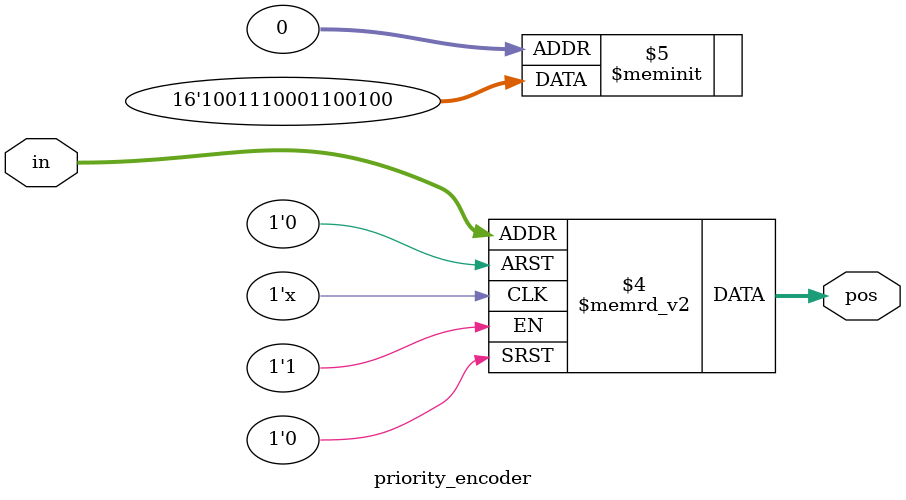
<source format=v>
module priority_encoder( 
input [2:0] in,
output reg [1:0] pos ); 
// When sel=1, assign b to out
always @(*) begin
	casex (in)
	0 : {pos} <= 0;
	1 : {pos} <= 1;
	2 : {pos} <= 2;
	3 : {pos} <= 9;
	4 : {pos} <= 8;
	5 : {pos} <= 75;
	6 : {pos} <= 33;
	7 : {pos} <= 6;
	8 : {pos} <= 9;
	9 : {pos} <= 9;
	default : {pos} <= 0;
	endcase
end
endmodule

</source>
